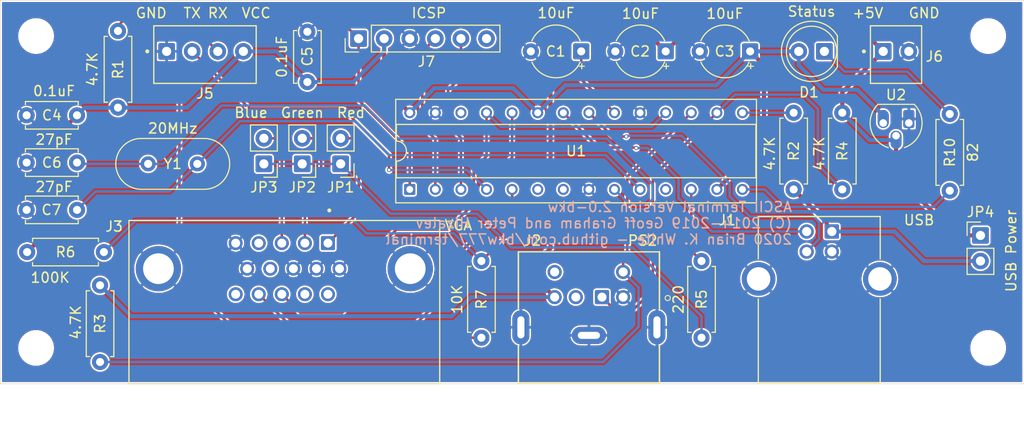
<source format=kicad_pcb>
(kicad_pcb (version 20171130) (host pcbnew 5.1.6-c6e7f7d~87~ubuntu20.04.1)
  (layers (0 F.Cu signal) (31 B.Cu signal) (34 B.Paste user) (35 F.Paste user) (36 B.SilkS user) (37 F.SilkS user) (38 B.Mask user) (39 F.Mask user) (44 Edge.Cuts user))
  (net 0 "")
  (net 1 GND)
  (net 2 "Net-(C1-Pad1)")
  (net 3 +5V)
  (net 4 VCC)
  (net 5 "Net-(C6-Pad1)")
  (net 6 "Net-(C7-Pad1)")
  (net 7 "Net-(D1-Pad1)")
  (net 8 USB_D+)
  (net 9 USB_D-)
  (net 10 USB_VBUS)
  (net 11 "Net-(J2-Pad6)")
  (net 12 PS2_CLK)
  (net 13 "Net-(J2-Pad2)")
  (net 14 "Net-(J3-Pad15)")
  (net 15 VGA_VSYNCH)
  (net 16 VGA_HSYNCH)
  (net 17 "Net-(J3-Pad12)")
  (net 18 "Net-(J3-Pad11)")
  (net 19 "Net-(J3-Pad9)")
  (net 20 "Net-(J3-Pad4)")
  (net 21 "Net-(J3-Pad3)")
  (net 22 "Net-(J3-Pad2)")
  (net 23 "Net-(J3-Pad1)")
  (net 24 "Net-(J5-Pad3)")
  (net 25 SERIAL_TXD)
  (net 26 "Net-(J7-Pad6)")
  (net 27 ICSP_PCC)
  (net 28 ICSP_PGD)
  (net 29 ICSP_MCLR)
  (net 30 "Net-(JP1-Pad1)")
  (net 31 "Net-(R2-Pad1)")
  (net 32 SERIAL_RXD)
  (net 33 "Net-(U1-Pad26)")
  (net 34 VGA_VIDEO)
  (net 35 PS2_DATA)
  (net 36 "Net-(R10-Pad1)")
  (net 37 "Net-(U1-Pad11)")
  (net 38 "Net-(U1-Pad7)")
  (net 39 "Net-(U1-Pad6)")
  (module terminal:AMPHENOL_L77HDE15SD1CH4F (layer F.Cu) (at 53.594 52.07)
    (fp_text reference J3 (at -16.891 -4.191) (layer F.SilkS))
    (fp_text value VGA (at 17.272 -4.318) (layer F.SilkS))
    (pad S2 thru_hole circle (at 12.495 0) (size 4.5 4.5) (drill 3.05) (layers *.Cu *.Mask) (net 1 GND))
    (pad S1 thru_hole circle (at -12.495 0) (size 4.5 4.5) (drill 3.05) (layers *.Cu *.Mask) (net 1 GND))
    (pad 15 thru_hole circle (at -4.83 2.54) (size 1.397 1.397) (drill 0.889) (layers *.Cu *.Mask) (net 14 "Net-(J3-Pad15)"))
    (pad 14 thru_hole circle (at -2.54 2.54) (size 1.397 1.397) (drill 0.889) (layers *.Cu *.Mask) (net 15 VGA_VSYNCH))
    (pad 13 thru_hole circle (at -0.25 2.54) (size 1.397 1.397) (drill 0.889) (layers *.Cu *.Mask) (net 16 VGA_HSYNCH))
    (pad 12 thru_hole circle (at 2.04 2.54) (size 1.397 1.397) (drill 0.889) (layers *.Cu *.Mask) (net 17 "Net-(J3-Pad12)"))
    (pad 11 thru_hole circle (at 4.33 2.54) (size 1.397 1.397) (drill 0.889) (layers *.Cu *.Mask) (net 18 "Net-(J3-Pad11)"))
    (pad 10 thru_hole circle (at -3.685 0) (size 1.397 1.397) (drill 0.889) (layers *.Cu *.Mask) (net 1 GND))
    (pad 9 thru_hole circle (at -1.395 0) (size 1.397 1.397) (drill 0.889) (layers *.Cu *.Mask) (net 19 "Net-(J3-Pad9)"))
    (pad 8 thru_hole circle (at 0.895 0) (size 1.397 1.397) (drill 0.889) (layers *.Cu *.Mask) (net 1 GND))
    (pad 7 thru_hole circle (at 3.185 0) (size 1.397 1.397) (drill 0.889) (layers *.Cu *.Mask) (net 1 GND))
    (pad 6 thru_hole circle (at 5.475 0) (size 1.397 1.397) (drill 0.889) (layers *.Cu *.Mask) (net 1 GND))
    (pad 5 thru_hole circle (at -4.83 -2.54) (size 1.397 1.397) (drill 0.889) (layers *.Cu *.Mask) (net 1 GND))
    (pad 4 thru_hole circle (at -2.54 -2.54) (size 1.397 1.397) (drill 0.889) (layers *.Cu *.Mask) (net 20 "Net-(J3-Pad4)"))
    (pad 3 thru_hole circle (at -0.25 -2.54) (size 1.397 1.397) (drill 0.889) (layers *.Cu *.Mask) (net 21 "Net-(J3-Pad3)"))
    (pad 2 thru_hole circle (at 2.04 -2.54) (size 1.397 1.397) (drill 0.889) (layers *.Cu *.Mask) (net 22 "Net-(J3-Pad2)"))
    (pad 1 thru_hole roundrect (at 4.33 -2.54) (size 1.397 1.397) (drill 0.889) (layers *.Cu *.Mask) (roundrect_rratio 0.1) (net 23 "Net-(J3-Pad1)"))
  )
  (module Package_DIP:DIP-28_W7.62mm_Socket (layer F.Cu) (at 66.04 44.196 90)
    (fp_text reference U1 (at 3.81 16.51 180) (layer F.SilkS))
    (fp_text value PIC32MX270F256B-I_SP hide)
    (pad 28 thru_hole circle (at 7.62 0 90) (size 1.0922 1.0922) (drill 0.6858) (layers *.Cu *.Mask) (net 4 VCC))
    (pad 14 thru_hole circle (at 0 33.02 90) (size 1.0922 1.0922) (drill 0.6858) (layers *.Cu *.Mask) (net 36 "Net-(R10-Pad1)"))
    (pad 27 thru_hole circle (at 7.62 2.54 90) (size 1.0922 1.0922) (drill 0.6858) (layers *.Cu *.Mask) (net 1 GND))
    (pad 13 thru_hole circle (at 0 30.48 90) (size 1.0922 1.0922) (drill 0.6858) (layers *.Cu *.Mask) (net 4 VCC))
    (pad 26 thru_hole circle (at 7.62 5.08 90) (size 1.0922 1.0922) (drill 0.6858) (layers *.Cu *.Mask) (net 33 "Net-(U1-Pad26)"))
    (pad 12 thru_hole circle (at 0 27.94 90) (size 1.0922 1.0922) (drill 0.6858) (layers *.Cu *.Mask) (net 34 VGA_VIDEO))
    (pad 25 thru_hole circle (at 7.62 7.62 90) (size 1.0922 1.0922) (drill 0.6858) (layers *.Cu *.Mask) (net 16 VGA_HSYNCH))
    (pad 11 thru_hole circle (at 0 25.4 90) (size 1.0922 1.0922) (drill 0.6858) (layers *.Cu *.Mask) (net 37 "Net-(U1-Pad11)"))
    (pad 24 thru_hole circle (at 7.62 10.16 90) (size 1.0922 1.0922) (drill 0.6858) (layers *.Cu *.Mask) (net 15 VGA_VSYNCH))
    (pad 10 thru_hole circle (at 0 22.86 90) (size 1.0922 1.0922) (drill 0.6858) (layers *.Cu *.Mask) (net 6 "Net-(C7-Pad1)"))
    (pad 23 thru_hole circle (at 7.62 12.7 90) (size 1.0922 1.0922) (drill 0.6858) (layers *.Cu *.Mask) (net 4 VCC))
    (pad 9 thru_hole circle (at 0 20.32 90) (size 1.0922 1.0922) (drill 0.6858) (layers *.Cu *.Mask) (net 5 "Net-(C6-Pad1)"))
    (pad 22 thru_hole circle (at 7.62 15.24 90) (size 1.0922 1.0922) (drill 0.6858) (layers *.Cu *.Mask) (net 9 USB_D-))
    (pad 8 thru_hole circle (at 0 17.78 90) (size 1.0922 1.0922) (drill 0.6858) (layers *.Cu *.Mask) (net 1 GND))
    (pad 21 thru_hole circle (at 7.62 17.78 90) (size 1.0922 1.0922) (drill 0.6858) (layers *.Cu *.Mask) (net 8 USB_D+))
    (pad 7 thru_hole circle (at 0 15.24 90) (size 1.0922 1.0922) (drill 0.6858) (layers *.Cu *.Mask) (net 38 "Net-(U1-Pad7)"))
    (pad 20 thru_hole circle (at 7.62 20.32 90) (size 1.0922 1.0922) (drill 0.6858) (layers *.Cu *.Mask) (net 2 "Net-(C1-Pad1)"))
    (pad 6 thru_hole circle (at 0 12.7 90) (size 1.0922 1.0922) (drill 0.6858) (layers *.Cu *.Mask) (net 39 "Net-(U1-Pad6)"))
    (pad 19 thru_hole circle (at 7.62 22.86 90) (size 1.0922 1.0922) (drill 0.6858) (layers *.Cu *.Mask) (net 1 GND))
    (pad 5 thru_hole circle (at 0 10.16 90) (size 1.0922 1.0922) (drill 0.6858) (layers *.Cu *.Mask) (net 32 SERIAL_RXD))
    (pad 18 thru_hole circle (at 7.62 25.4 90) (size 1.0922 1.0922) (drill 0.6858) (layers *.Cu *.Mask) (net 16 VGA_HSYNCH))
    (pad 4 thru_hole circle (at 0 7.62 90) (size 1.0922 1.0922) (drill 0.6858) (layers *.Cu *.Mask) (net 25 SERIAL_TXD))
    (pad 17 thru_hole circle (at 7.62 27.94 90) (size 1.0922 1.0922) (drill 0.6858) (layers *.Cu *.Mask) (net 12 PS2_CLK))
    (pad 3 thru_hole circle (at 0 5.08 90) (size 1.0922 1.0922) (drill 0.6858) (layers *.Cu *.Mask) (net 27 ICSP_PCC))
    (pad 16 thru_hole circle (at 7.62 30.48 90) (size 1.0922 1.0922) (drill 0.6858) (layers *.Cu *.Mask) (net 35 PS2_DATA))
    (pad 2 thru_hole circle (at 0 2.54 90) (size 1.0922 1.0922) (drill 0.6858) (layers *.Cu *.Mask) (net 28 ICSP_PGD))
    (pad 15 thru_hole circle (at 7.62 33.02 90) (size 1.0922 1.0922) (drill 0.6858) (layers *.Cu *.Mask) (net 31 "Net-(R2-Pad1)"))
    (pad 1 thru_hole roundrect (at 0 0 90) (size 1.0922 1.0922) (drill 0.6858) (layers *.Cu *.Mask) (roundrect_rratio 0.1) (net 29 ICSP_MCLR))
  )
  (module Connector_PinHeader_2.54mm:PinHeader_1x02_P2.54mm_Vertical (layer F.Cu) (at 51.562 41.656 180)
    (fp_text reference JP3 (at 0 -2.33 180) (layer F.SilkS))
    (fp_text value Blue (at 1.27 5.08 180) (layer F.SilkS))
    (pad 2 thru_hole circle (at 0 2.54 180) (size 1.651 1.651) (drill 0.9144) (layers *.Cu *.Mask) (net 21 "Net-(J3-Pad3)"))
    (pad 1 thru_hole roundrect (at 0 0 180) (size 1.651 1.651) (drill 0.9144) (layers *.Cu *.Mask) (roundrect_rratio 0.1) (net 30 "Net-(JP1-Pad1)"))
  )
  (module terminal:TE_3-641215-4 (layer F.Cu) (at 41.91 30.48 180)
    (fp_text reference J5 (at -3.81 -4.191 180) (layer F.SilkS) (effects (font (thickness 0.1516))))
    (fp_text value Serial hide)
    (pad 4 thru_hole circle (at -7.62 0 180) (size 1.651 1.651) (drill 0.9144) (layers *.Cu *.Mask) (net 4 VCC))
    (pad 3 thru_hole circle (at -5.08 0 180) (size 1.651 1.651) (drill 0.9144) (layers *.Cu *.Mask) (net 24 "Net-(J5-Pad3)"))
    (pad 2 thru_hole circle (at -2.54 0 180) (size 1.651 1.651) (drill 0.9144) (layers *.Cu *.Mask) (net 25 SERIAL_TXD))
    (pad 1 thru_hole roundrect (at 0 0 180) (size 1.651 1.651) (drill 0.9144) (layers *.Cu *.Mask) (roundrect_rratio 0.1) (net 1 GND))
  )
  (module Connector_PinHeader_2.54mm:PinHeader_1x06_P2.54mm_Vertical (layer F.Cu) (at 60.96 29.21 90)
    (fp_text reference J7 (at -2.286 6.731) (layer F.SilkS))
    (fp_text value ICSP (at 2.54 6.985 180) (layer F.SilkS))
    (pad 6 thru_hole circle (at 0 12.7 90) (size 1.651 1.651) (drill 0.9144) (layers *.Cu *.Mask) (net 26 "Net-(J7-Pad6)"))
    (pad 5 thru_hole circle (at 0 10.16 90) (size 1.651 1.651) (drill 0.9144) (layers *.Cu *.Mask) (net 27 ICSP_PCC))
    (pad 4 thru_hole circle (at 0 7.62 90) (size 1.651 1.651) (drill 0.9144) (layers *.Cu *.Mask) (net 28 ICSP_PGD))
    (pad 3 thru_hole circle (at 0 5.08 90) (size 1.651 1.651) (drill 0.9144) (layers *.Cu *.Mask) (net 1 GND))
    (pad 2 thru_hole circle (at 0 2.54 90) (size 1.651 1.651) (drill 0.9144) (layers *.Cu *.Mask) (net 4 VCC))
    (pad 1 thru_hole roundrect (at 0 0 90) (size 1.651 1.651) (drill 0.9144) (layers *.Cu *.Mask) (roundrect_rratio 0.1) (net 29 ICSP_MCLR))
  )
  (module terminal:OST_USB-B1HSB6 (layer F.Cu) (at 106.68 53.086)
    (fp_text reference J1 (at -9.144 -5.842 180) (layer F.SilkS) (effects (font (size 1.00039 1.00039))))
    (fp_text value USB (at 9.906 -5.842 180) (layer F.SilkS) (effects (font (size 1.00123 1.00123))))
    (pad 5 thru_hole circle (at 6.02 0) (size 3.346 3.346) (drill 2.33) (layers *.Cu *.Mask) (net 1 GND))
    (pad 5 thru_hole circle (at -6.02 0) (size 3.346 3.346) (drill 2.33) (layers *.Cu *.Mask) (net 1 GND))
    (pad 4 thru_hole circle (at 1.25 -2.71) (size 1.4224 1.4224) (drill 0.9144) (layers *.Cu *.Mask) (net 1 GND))
    (pad 3 thru_hole circle (at -1.25 -2.71) (size 1.4224 1.4224) (drill 0.9144) (layers *.Cu *.Mask) (net 8 USB_D+))
    (pad 2 thru_hole circle (at -1.25 -4.71) (size 1.4224 1.4224) (drill 0.9144) (layers *.Cu *.Mask) (net 9 USB_D-))
    (pad 1 thru_hole roundrect (at 1.25 -4.71) (size 1.4224 1.4224) (drill 0.9144) (layers *.Cu *.Mask) (roundrect_rratio 0.1) (net 10 USB_VBUS))
  )
  (module terminal:CUI_MD-60SM (layer F.Cu) (at 83.82 56.896 180)
    (fp_text reference J2 (at 5.588 7.62) (layer F.SilkS) (effects (font (size 1.00087 1.00087))))
    (fp_text value PS2 (at -5.334 7.62) (layer F.SilkS) (effects (font (size 1.00192 1.00192))))
    (pad S3 thru_hole oval (at 6.75 -1 270) (size 3.400001 1.7) (drill oval 2.2 0.7) (layers *.Cu *.Mask) (net 1 GND))
    (pad S2 thru_hole oval (at -6.75 -1 270) (size 3.400001 1.7) (drill oval 2.2 0.7) (layers *.Cu *.Mask) (net 1 GND))
    (pad 6 thru_hole circle (at 3.4 4.5 180) (size 1.408 1.408) (drill 0.9) (layers *.Cu *.Mask) (net 11 "Net-(J2-Pad6)"))
    (pad 5 thru_hole circle (at -3.4 4.5 180) (size 1.408 1.408) (drill 0.9) (layers *.Cu *.Mask) (net 12 PS2_CLK))
    (pad 4 thru_hole circle (at 3.4 2 180) (size 1.408 1.408) (drill 0.9) (layers *.Cu *.Mask) (net 3 +5V))
    (pad 2 thru_hole circle (at 1.3 2 180) (size 1.408 1.408) (drill 0.9) (layers *.Cu *.Mask) (net 13 "Net-(J2-Pad2)"))
    (pad 1 thru_hole roundrect (at -1.3 2 180) (size 1.408 1.408) (drill 0.9) (layers *.Cu *.Mask) (roundrect_rratio 0.1) (net 35 PS2_DATA))
    (pad 3 thru_hole circle (at -3.4 2 180) (size 1.408 1.408) (drill 0.9) (layers *.Cu *.Mask) (net 1 GND))
    (pad S1 thru_hole oval (at 0 -1.8 180) (size 3.400001 1.7) (drill oval 2.2 0.7) (layers *.Cu *.Mask) (net 1 GND))
  )
  (module terminal:TE_3-641215-2 (layer F.Cu) (at 113.03 30.48 180)
    (fp_text reference J6 (at -5.08 -0.508) (layer F.SilkS) (effects (font (thickness 0.14986))))
    (fp_text value "External 5V" hide)
    (pad 2 thru_hole circle (at -2.54 0 180) (size 1.651 1.651) (drill 0.9144) (layers *.Cu *.Mask) (net 1 GND))
    (pad 1 thru_hole roundrect (at 0 0 180) (size 1.651 1.651) (drill 0.9144) (layers *.Cu *.Mask) (roundrect_rratio 0.1) (net 3 +5V))
  )
  (module Package_TO_SOT_THT:TO-92_HandSolder (layer F.Cu) (at 115.57 37.592 180)
    (fp_text reference U2 (at 1.27 2.794) (layer F.SilkS))
    (fp_text value MCP1700-3302E_TO92 hide)
    (pad 1 thru_hole roundrect (at 0 0 180) (size 1.1 1.8) (drill 0.75 (offset 0 0.4)) (layers *.Cu *.Mask) (roundrect_rratio 0.2) (net 1 GND))
    (pad 3 thru_hole oval (at 2.54 0 180) (size 1.1 1.8) (drill 0.75 (offset 0 0.4)) (layers *.Cu *.Mask) (net 4 VCC))
    (pad 2 thru_hole oval (at 1.27 -1.27 180) (size 1.1 1.8) (drill 0.75 (offset 0 -0.4)) (layers *.Cu *.Mask) (net 3 +5V))
  )
  (module Resistor_THT:R_Axial_DIN0207_L6.3mm_D2.5mm_P7.62mm_Horizontal (layer F.Cu) (at 119.634 44.323 90)
    (fp_text reference R10 (at 3.81 0 90) (layer F.SilkS))
    (fp_text value 82 (at 3.81 2.286 90) (layer F.SilkS))
    (pad 2 thru_hole oval (at 7.62 0 90) (size 1.6 1.6) (drill 0.8) (layers *.Cu *.Mask) (net 7 "Net-(D1-Pad1)"))
    (pad 1 thru_hole circle (at 0 0 90) (size 1.6 1.6) (drill 0.8) (layers *.Cu *.Mask) (net 36 "Net-(R10-Pad1)"))
  )
  (module Resistor_THT:R_Axial_DIN0207_L6.3mm_D2.5mm_P7.62mm_Horizontal (layer F.Cu) (at 73.152 58.928 90)
    (fp_text reference R7 (at 3.81 0 90) (layer F.SilkS))
    (fp_text value 10K (at 3.81 -2.413 90) (layer F.SilkS))
    (pad 2 thru_hole oval (at 7.62 0 90) (size 1.6 1.6) (drill 0.8) (layers *.Cu *.Mask) (net 32 SERIAL_RXD))
    (pad 1 thru_hole circle (at 0 0 90) (size 1.6 1.6) (drill 0.8) (layers *.Cu *.Mask) (net 24 "Net-(J5-Pad3)"))
  )
  (module Resistor_THT:R_Axial_DIN0207_L6.3mm_D2.5mm_P7.62mm_Horizontal (layer F.Cu) (at 35.687 50.419 180)
    (fp_text reference R6 (at 3.81 0) (layer F.SilkS))
    (fp_text value 100K (at 5.334 -2.54) (layer F.SilkS))
    (pad 2 thru_hole oval (at 7.62 0 180) (size 1.6 1.6) (drill 0.8) (layers *.Cu *.Mask) (net 4 VCC))
    (pad 1 thru_hole circle (at 0 0 180) (size 1.6 1.6) (drill 0.8) (layers *.Cu *.Mask) (net 32 SERIAL_RXD))
  )
  (module Resistor_THT:R_Axial_DIN0207_L6.3mm_D2.5mm_P7.62mm_Horizontal (layer F.Cu) (at 94.996 58.928 90)
    (fp_text reference R5 (at 3.81 0 90) (layer F.SilkS))
    (fp_text value 220 (at 3.81 -2.286 90) (layer F.SilkS))
    (pad 2 thru_hole oval (at 7.62 0 90) (size 1.6 1.6) (drill 0.8) (layers *.Cu *.Mask) (net 34 VGA_VIDEO))
    (pad 1 thru_hole circle (at 0 0 90) (size 1.6 1.6) (drill 0.8) (layers *.Cu *.Mask) (net 30 "Net-(JP1-Pad1)"))
  )
  (module Resistor_THT:R_Axial_DIN0207_L6.3mm_D2.5mm_P7.62mm_Horizontal (layer F.Cu) (at 108.966 44.196 90)
    (fp_text reference R4 (at 3.81 0 90) (layer F.SilkS))
    (fp_text value 4.7K (at 3.556 -2.286 90) (layer F.SilkS))
    (pad 2 thru_hole oval (at 7.62 0 90) (size 1.6 1.6) (drill 0.8) (layers *.Cu *.Mask) (net 3 +5V))
    (pad 1 thru_hole circle (at 0 0 90) (size 1.6 1.6) (drill 0.8) (layers *.Cu *.Mask) (net 35 PS2_DATA))
  )
  (module Resistor_THT:R_Axial_DIN0207_L6.3mm_D2.5mm_P7.62mm_Horizontal (layer F.Cu) (at 35.306 61.341 90)
    (fp_text reference R3 (at 3.81 0 90) (layer F.SilkS))
    (fp_text value 4.7K (at 3.937 -2.413 90) (layer F.SilkS))
    (pad 2 thru_hole oval (at 7.62 0 90) (size 1.6 1.6) (drill 0.8) (layers *.Cu *.Mask) (net 3 +5V))
    (pad 1 thru_hole circle (at 0 0 90) (size 1.6 1.6) (drill 0.8) (layers *.Cu *.Mask) (net 12 PS2_CLK))
  )
  (module Resistor_THT:R_Axial_DIN0207_L6.3mm_D2.5mm_P7.62mm_Horizontal (layer F.Cu) (at 104.14 36.576 270)
    (fp_text reference R2 (at 3.81 0 90) (layer F.SilkS))
    (fp_text value 4.7K (at 4.064 2.37 90) (layer F.SilkS))
    (pad 2 thru_hole oval (at 7.62 0 270) (size 1.6 1.6) (drill 0.8) (layers *.Cu *.Mask) (net 10 USB_VBUS))
    (pad 1 thru_hole circle (at 0 0 270) (size 1.6 1.6) (drill 0.8) (layers *.Cu *.Mask) (net 31 "Net-(R2-Pad1)"))
  )
  (module Resistor_THT:R_Axial_DIN0207_L6.3mm_D2.5mm_P7.62mm_Horizontal (layer F.Cu) (at 37.084 28.448 270)
    (fp_text reference R1 (at 3.81 0 90) (layer F.SilkS))
    (fp_text value 4.7K (at 3.81 2.54 90) (layer F.SilkS))
    (pad 2 thru_hole oval (at 7.62 0 270) (size 1.6 1.6) (drill 0.8) (layers *.Cu *.Mask) (net 4 VCC))
    (pad 1 thru_hole circle (at 0 0 270) (size 1.6 1.6) (drill 0.8) (layers *.Cu *.Mask) (net 29 ICSP_MCLR))
  )
  (module MountingHole:MountingHole_3.2mm_M3 (layer F.Cu) (at 123.444 28.956 180)
    (fp_text reference REF** hide)
    (fp_text value MountingHole_3.2mm_M3 hide)
    (pad 1 np_thru_hole circle (at 0 0 180) (size 3.2 3.2) (drill 3.2) (layers *.Cu *.Mask))
  )
  (module MountingHole:MountingHole_3.2mm_M3 (layer F.Cu) (at 28.956 28.956 180)
    (fp_text reference REF** hide)
    (fp_text value MountingHole_3.2mm_M3 hide)
    (pad 1 np_thru_hole circle (at 0 0 180) (size 3.2 3.2) (drill 3.2) (layers *.Cu *.Mask))
  )
  (module MountingHole:MountingHole_3.2mm_M3 (layer F.Cu) (at 28.956 59.944 180)
    (fp_text reference REF** hide)
    (fp_text value MountingHole_3.2mm_M3 hide)
    (pad 1 np_thru_hole circle (at 0 0 180) (size 3.2 3.2) (drill 3.2) (layers *.Cu *.Mask))
  )
  (module MountingHole:MountingHole_3.2mm_M3 (layer F.Cu) (at 123.444 59.944 180)
    (fp_text reference REF** hide)
    (fp_text value MountingHole_3.2mm_M3 hide)
    (pad 1 np_thru_hole circle (at 0 0 180) (size 3.2 3.2) (drill 3.2) (layers *.Cu *.Mask))
  )
  (module Capacitor_THT:C_Disc_D5.0mm_W2.5mm_P5.00mm (layer F.Cu) (at 33.02 46.228 180)
    (fp_text reference C7 (at 2.54 0) (layer F.SilkS))
    (fp_text value 27pF (at 2.286 2.286) (layer F.SilkS))
    (pad 2 thru_hole circle (at 5 0 180) (size 1.6 1.6) (drill 0.8) (layers *.Cu *.Mask) (net 1 GND))
    (pad 1 thru_hole circle (at 0 0 180) (size 1.6 1.6) (drill 0.8) (layers *.Cu *.Mask) (net 6 "Net-(C7-Pad1)"))
  )
  (module Capacitor_THT:C_Disc_D5.0mm_W2.5mm_P5.00mm (layer F.Cu) (at 33.02 41.529 180)
    (fp_text reference C6 (at 2.5 0) (layer F.SilkS))
    (fp_text value 27pF (at 2.286 2.286) (layer F.SilkS))
    (pad 2 thru_hole circle (at 5 0 180) (size 1.6 1.6) (drill 0.8) (layers *.Cu *.Mask) (net 1 GND))
    (pad 1 thru_hole circle (at 0 0 180) (size 1.6 1.6) (drill 0.8) (layers *.Cu *.Mask) (net 5 "Net-(C6-Pad1)"))
  )
  (module Capacitor_THT:C_Disc_D5.0mm_W2.5mm_P5.00mm (layer F.Cu) (at 55.88 33.528 90)
    (fp_text reference C5 (at 2.54 0 90) (layer F.SilkS))
    (fp_text value 0.1uF (at 2.5 -2.54 90) (layer F.SilkS))
    (pad 2 thru_hole circle (at 5 0 90) (size 1.6 1.6) (drill 0.8) (layers *.Cu *.Mask) (net 1 GND))
    (pad 1 thru_hole circle (at 0 0 90) (size 1.6 1.6) (drill 0.8) (layers *.Cu *.Mask) (net 4 VCC))
  )
  (module Capacitor_THT:C_Disc_D5.0mm_W2.5mm_P5.00mm (layer F.Cu) (at 33.02 36.83 180)
    (fp_text reference C4 (at 2.5 0) (layer F.SilkS))
    (fp_text value 0.1uF (at 2.286 2.413) (layer F.SilkS))
    (pad 2 thru_hole circle (at 5 0 180) (size 1.6 1.6) (drill 0.8) (layers *.Cu *.Mask) (net 1 GND))
    (pad 1 thru_hole circle (at 0 0 180) (size 1.6 1.6) (drill 0.8) (layers *.Cu *.Mask) (net 4 VCC))
  )
  (module Capacitor_THT:CP_Radial_Tantal_D5.0mm_P5.00mm (layer F.Cu) (at 99.822 30.48 180)
    (fp_text reference C3 (at 2.54 0) (layer F.SilkS))
    (fp_text value 10uF (at 2.5 3.75) (layer F.SilkS))
    (pad 2 thru_hole circle (at 5 0 180) (size 1.6 1.6) (drill 0.8) (layers *.Cu *.Mask) (net 1 GND))
    (pad 1 thru_hole roundrect (at 0 0 180) (size 1.6 1.6) (drill 0.8) (layers *.Cu *.Mask) (roundrect_rratio 0.1) (net 4 VCC))
  )
  (module Capacitor_THT:CP_Radial_Tantal_D5.0mm_P5.00mm (layer F.Cu) (at 91.44 30.48 180)
    (fp_text reference C2 (at 2.54 0) (layer F.SilkS))
    (fp_text value 10uF (at 2.5 3.75) (layer F.SilkS))
    (pad 2 thru_hole circle (at 5 0 180) (size 1.6 1.6) (drill 0.8) (layers *.Cu *.Mask) (net 1 GND))
    (pad 1 thru_hole roundrect (at 0 0 180) (size 1.6 1.6) (drill 0.8) (layers *.Cu *.Mask) (roundrect_rratio 0.1) (net 3 +5V))
  )
  (module Capacitor_THT:CP_Radial_Tantal_D5.0mm_P5.00mm (layer F.Cu) (at 83.058 30.48 180)
    (fp_text reference C1 (at 2.54 0) (layer F.SilkS))
    (fp_text value 10uF (at 2.5 3.81) (layer F.SilkS))
    (pad 2 thru_hole circle (at 5 0 180) (size 1.6 1.6) (drill 0.8) (layers *.Cu *.Mask) (net 1 GND))
    (pad 1 thru_hole roundrect (at 0 0 180) (size 1.6 1.6) (drill 0.8) (layers *.Cu *.Mask) (roundrect_rratio 0.1) (net 2 "Net-(C1-Pad1)"))
  )
  (module Crystal:Crystal_HC49-U_Vertical (layer F.Cu) (at 44.958 41.656 180)
    (fp_text reference Y1 (at 2.44 0) (layer F.SilkS))
    (fp_text value 20MHz (at 2.44 3.525) (layer F.SilkS))
    (pad 2 thru_hole circle (at 4.88 0 180) (size 1.5 1.5) (drill 0.8) (layers *.Cu *.Mask) (net 5 "Net-(C6-Pad1)"))
    (pad 1 thru_hole circle (at 0 0 180) (size 1.5 1.5) (drill 0.8) (layers *.Cu *.Mask) (net 6 "Net-(C7-Pad1)"))
  )
  (module Connector_PinHeader_2.54mm:PinHeader_1x02_P2.54mm_Vertical (layer F.Cu) (at 122.682 48.768)
    (fp_text reference JP4 (at 0 -2.33) (layer F.SilkS))
    (fp_text value "USB Power" (at 3.048 1.524 90) (layer F.SilkS))
    (pad 1 thru_hole roundrect (at 0 0) (size 1.651 1.651) (drill 0.9144) (layers *.Cu *.Mask) (roundrect_rratio 0.1) (net 3 +5V))
    (pad 2 thru_hole circle (at 0 2.54) (size 1.651 1.651) (drill 0.9144) (layers *.Cu *.Mask) (net 10 USB_VBUS))
  )
  (module Connector_PinHeader_2.54mm:PinHeader_1x02_P2.54mm_Vertical (layer F.Cu) (at 55.372 41.656 180)
    (fp_text reference JP2 (at 0 -2.33) (layer F.SilkS))
    (fp_text value Green (at 0 5.08) (layer F.SilkS))
    (pad 2 thru_hole circle (at 0 2.54 180) (size 1.651 1.651) (drill 0.9144) (layers *.Cu *.Mask) (net 22 "Net-(J3-Pad2)"))
    (pad 1 thru_hole roundrect (at 0 0 180) (size 1.651 1.651) (drill 0.9144) (layers *.Cu *.Mask) (roundrect_rratio 0.1) (net 30 "Net-(JP1-Pad1)"))
  )
  (module Connector_PinHeader_2.54mm:PinHeader_1x02_P2.54mm_Vertical (layer F.Cu) (at 59.182 41.656 180)
    (fp_text reference JP1 (at 0 -2.33) (layer F.SilkS))
    (fp_text value Red (at -1.016 5.08) (layer F.SilkS))
    (pad 1 thru_hole roundrect (at 0 0 180) (size 1.651 1.651) (drill 0.9144) (layers *.Cu *.Mask) (roundrect_rratio 0.1) (net 30 "Net-(JP1-Pad1)"))
    (pad 2 thru_hole circle (at 0 2.54 180) (size 1.651 1.651) (drill 0.9144) (layers *.Cu *.Mask) (net 23 "Net-(J3-Pad1)"))
  )
  (module LED_THT:LED_D5.0mm (layer F.Cu) (at 107.188 30.48 180)
    (fp_text reference D1 (at 1.524 -4.064) (layer F.SilkS))
    (fp_text value Status (at 1.27 3.96) (layer F.SilkS))
    (pad 2 thru_hole circle (at 2.54 0 180) (size 1.651 1.651) (drill 0.9144) (layers *.Cu *.Mask) (net 4 VCC))
    (pad 1 thru_hole roundrect (at 0 0 180) (size 1.651 1.651) (drill 0.9144) (layers *.Cu *.Mask) (roundrect_rratio 0.1) (net 7 "Net-(D1-Pad1)"))
  )
  (gr_text "ASCII Terminal Version 2.0-bkw\n(C) 2014-2019 Geoff Graham and Peter Hizalev\n2020 Brian K. White - github.com/bkw777/terminal" (at 104.0638 47.5488) (layer B.SilkS) (effects (font (size 1 1)) (justify left mirror)))
  (gr_line (start 25.4 25.4) (end 25.4 63.5) (layer Edge.Cuts) (width 0.05))
  (gr_line (start 127 25.4) (end 127 63.5) (layer Edge.Cuts) (width 0.05))
  (gr_line (start 127 63.5) (end 25.4 63.5) (layer Edge.Cuts) (width 0.05))
  (gr_line (start 25.4 25.4) (end 127 25.4) (layer Edge.Cuts) (width 0.05))
  (gr_text VCC (at 50.8 26.67) (layer F.SilkS) (effects (font (size 1 1) (thickness 0.14986))))
  (gr_text RX (at 46.99 26.67) (layer F.SilkS) (effects (font (size 1 1) (thickness 0.14986))))
  (gr_text TX (at 44.45 26.67) (layer F.SilkS) (effects (font (size 1 1) (thickness 0.14986))))
  (gr_text GND (at 40.386 26.67) (layer F.SilkS) (effects (font (size 1 1) (thickness 0.14986))))
  (gr_text GND (at 117.094 26.67) (layer F.SilkS) (effects (font (size 1 1) (thickness 0.14986))))
  (gr_text +5V (at 111.506 26.67) (layer F.SilkS) (effects (font (size 1 1) (thickness 0.14986))))
  (segment (start 83.058 33.274) (end 86.36 36.576) (width 0.25) (layer F.Cu) (net 2))
  (segment (start 83.058 30.48) (end 83.058 33.274) (width 0.25) (layer F.Cu) (net 2))
  (segment (start 108.966 34.544) (end 113.03 30.48) (width 0.4064) (layer F.Cu) (net 3))
  (segment (start 108.966 36.576) (end 108.966 34.544) (width 0.4064) (layer F.Cu) (net 3))
  (segment (start 38.3794 56.7944) (end 35.306 53.721) (width 0.4064) (layer B.Cu) (net 3))
  (segment (start 70.2056 56.7944) (end 38.3794 56.7944) (width 0.4064) (layer B.Cu) (net 3))
  (segment (start 72.104 54.896) (end 70.2056 56.7944) (width 0.4064) (layer B.Cu) (net 3))
  (segment (start 80.42 54.896) (end 72.104 54.896) (width 0.4064) (layer B.Cu) (net 3))
  (segment (start 78.6384 53.1144) (end 80.42 54.896) (width 0.4064) (layer F.Cu) (net 3))
  (segment (start 78.6384 51.4096) (end 78.6384 53.1144) (width 0.4064) (layer F.Cu) (net 3))
  (segment (start 80.01 50.038) (end 78.6384 51.4096) (width 0.4064) (layer F.Cu) (net 3))
  (segment (start 81.6102 28.448) (end 80.01 30.0482) (width 0.4064) (layer F.Cu) (net 3))
  (segment (start 80.01 30.0482) (end 80.01 50.038) (width 0.4064) (layer F.Cu) (net 3))
  (segment (start 89.408 28.448) (end 81.6102 28.448) (width 0.4064) (layer F.Cu) (net 3))
  (segment (start 91.44 30.48) (end 89.408 28.448) (width 0.4064) (layer F.Cu) (net 3))
  (segment (start 111.0996 28.5496) (end 113.03 30.48) (width 0.4064) (layer F.Cu) (net 3))
  (segment (start 93.3704 28.5496) (end 111.0996 28.5496) (width 0.4064) (layer F.Cu) (net 3))
  (segment (start 91.44 30.48) (end 93.3704 28.5496) (width 0.4064) (layer F.Cu) (net 3))
  (segment (start 113.8682 39.2938) (end 114.3 38.862) (width 0.4064) (layer B.Cu) (net 3))
  (segment (start 111.6838 39.2938) (end 113.8682 39.2938) (width 0.4064) (layer B.Cu) (net 3))
  (segment (start 108.966 36.576) (end 111.6838 39.2938) (width 0.4064) (layer B.Cu) (net 3))
  (segment (start 120.2944 48.768) (end 122.682 48.768) (width 0.4064) (layer F.Cu) (net 3))
  (segment (start 114.3 42.7736) (end 120.2944 48.768) (width 0.4064) (layer F.Cu) (net 3))
  (segment (start 114.3 38.862) (end 114.3 42.7736) (width 0.4064) (layer F.Cu) (net 3))
  (segment (start 63.5 34.036) (end 66.04 36.576) (width 0.4064) (layer F.Cu) (net 4))
  (segment (start 63.5 29.21) (end 63.5 34.036) (width 0.4064) (layer F.Cu) (net 4))
  (segment (start 52.832 30.48) (end 49.53 30.48) (width 0.4064) (layer B.Cu) (net 4))
  (segment (start 55.88 33.528) (end 52.832 30.48) (width 0.4064) (layer B.Cu) (net 4))
  (segment (start 43.942 36.068) (end 37.084 36.068) (width 0.4064) (layer B.Cu) (net 4))
  (segment (start 49.53 30.48) (end 43.942 36.068) (width 0.4064) (layer B.Cu) (net 4))
  (segment (start 33.782 36.068) (end 33.02 36.83) (width 0.4064) (layer B.Cu) (net 4))
  (segment (start 37.084 36.068) (end 33.782 36.068) (width 0.4064) (layer B.Cu) (net 4))
  (segment (start 99.822 30.48) (end 104.648 30.48) (width 0.4064) (layer B.Cu) (net 4))
  (segment (start 30.5308 39.3192) (end 30.5308 47.9552) (width 0.4064) (layer F.Cu) (net 4))
  (segment (start 33.02 36.83) (end 30.5308 39.3192) (width 0.4064) (layer F.Cu) (net 4))
  (segment (start 30.5308 47.9552) (end 28.067 50.419) (width 0.4064) (layer F.Cu) (net 4))
  (segment (start 101.1936 39.5224) (end 96.52 44.196) (width 0.4064) (layer F.Cu) (net 4))
  (segment (start 101.1936 31.8516) (end 101.1936 39.5224) (width 0.4064) (layer F.Cu) (net 4))
  (segment (start 99.822 30.48) (end 101.1936 31.8516) (width 0.4064) (layer F.Cu) (net 4))
  (segment (start 63.5 30.4546) (end 63.5 29.21) (width 0.4064) (layer B.Cu) (net 4))
  (segment (start 60.4266 33.528) (end 63.5 30.4546) (width 0.4064) (layer B.Cu) (net 4))
  (segment (start 55.88 33.528) (end 60.4266 33.528) (width 0.4064) (layer B.Cu) (net 4))
  (segment (start 113.03 36.8554) (end 113.03 37.592) (width 0.4064) (layer B.Cu) (net 4))
  (segment (start 110.4646 34.29) (end 113.03 36.8554) (width 0.4064) (layer B.Cu) (net 4))
  (segment (start 107.0864 34.29) (end 110.4646 34.29) (width 0.4064) (layer B.Cu) (net 4))
  (segment (start 104.648 31.8516) (end 107.0864 34.29) (width 0.4064) (layer B.Cu) (net 4))
  (segment (start 104.648 30.48) (end 104.648 31.8516) (width 0.4064) (layer B.Cu) (net 4))
  (segment (start 96.4692 33.8328) (end 99.822 30.48) (width 0.4064) (layer B.Cu) (net 4))
  (segment (start 81.4832 33.8328) (end 96.4692 33.8328) (width 0.4064) (layer B.Cu) (net 4))
  (segment (start 78.74 36.576) (end 81.4832 33.8328) (width 0.4064) (layer B.Cu) (net 4))
  (segment (start 68.4784 34.1376) (end 76.3016 34.1376) (width 0.4064) (layer B.Cu) (net 4))
  (segment (start 76.3016 34.1376) (end 78.74 36.576) (width 0.4064) (layer B.Cu) (net 4))
  (segment (start 66.04 36.576) (end 68.4784 34.1376) (width 0.4064) (layer B.Cu) (net 4))
  (segment (start 33.147 41.656) (end 33.02 41.529) (width 0.25) (layer B.Cu) (net 5))
  (segment (start 40.078 41.656) (end 33.147 41.656) (width 0.25) (layer B.Cu) (net 5))
  (segment (start 41.5798 41.656) (end 40.078 41.656) (width 0.25) (layer B.Cu) (net 5))
  (segment (start 47.371 35.8648) (end 41.5798 41.656) (width 0.25) (layer B.Cu) (net 5))
  (segment (start 61.595 35.8648) (end 47.371 35.8648) (width 0.25) (layer B.Cu) (net 5))
  (segment (start 64.8716 39.1414) (end 61.595 35.8648) (width 0.25) (layer B.Cu) (net 5))
  (segment (start 90.1446 45.1612) (end 90.1446 43.688) (width 0.25) (layer B.Cu) (net 5))
  (segment (start 90.1446 43.688) (end 85.598 39.1414) (width 0.25) (layer B.Cu) (net 5))
  (segment (start 89.5604 45.7454) (end 90.1446 45.1612) (width 0.25) (layer B.Cu) (net 5))
  (segment (start 87.9094 45.7454) (end 89.5604 45.7454) (width 0.25) (layer B.Cu) (net 5))
  (segment (start 85.598 39.1414) (end 64.8716 39.1414) (width 0.25) (layer B.Cu) (net 5))
  (segment (start 86.36 44.196) (end 87.9094 45.7454) (width 0.25) (layer B.Cu) (net 5))
  (segment (start 64.008 40.7924) (end 85.4964 40.7924) (width 0.25) (layer B.Cu) (net 6))
  (segment (start 85.4964 40.7924) (end 88.9 44.196) (width 0.25) (layer B.Cu) (net 6))
  (segment (start 60.6298 37.4142) (end 64.008 40.7924) (width 0.25) (layer B.Cu) (net 6))
  (segment (start 49.1998 37.4142) (end 60.6298 37.4142) (width 0.25) (layer B.Cu) (net 6))
  (segment (start 44.958 41.656) (end 49.1998 37.4142) (width 0.25) (layer B.Cu) (net 6))
  (segment (start 34.8488 44.3992) (end 33.02 46.228) (width 0.25) (layer B.Cu) (net 6))
  (segment (start 42.2148 44.3992) (end 34.8488 44.3992) (width 0.25) (layer B.Cu) (net 6))
  (segment (start 44.958 41.656) (end 42.2148 44.3992) (width 0.25) (layer B.Cu) (net 6))
  (segment (start 115.4176 32.4866) (end 119.634 36.703) (width 0.25) (layer B.Cu) (net 7))
  (segment (start 109.1946 32.4866) (end 115.4176 32.4866) (width 0.25) (layer B.Cu) (net 7))
  (segment (start 107.188 30.48) (end 109.1946 32.4866) (width 0.25) (layer B.Cu) (net 7))
  (segment (start 86.1822 38.9382) (end 83.82 36.576) (width 0.25) (layer F.Cu) (net 8))
  (segment (start 87.5284 38.9382) (end 86.1822 38.9382) (width 0.25) (layer F.Cu) (net 8))
  (via (at 87.5284 38.9382) (size 0.4064) (drill 0.254) (layers F.Cu B.Cu) (net 8))
  (segment (start 106.1212 46.8884) (end 106.6546 47.4218) (width 0.25) (layer B.Cu) (net 8))
  (segment (start 99.7966 46.8884) (end 106.1212 46.8884) (width 0.25) (layer B.Cu) (net 8))
  (segment (start 97.79 44.8818) (end 99.7966 46.8884) (width 0.25) (layer B.Cu) (net 8))
  (segment (start 106.6546 49.1514) (end 105.43 50.376) (width 0.25) (layer B.Cu) (net 8))
  (segment (start 106.6546 47.4218) (end 106.6546 49.1514) (width 0.25) (layer B.Cu) (net 8))
  (segment (start 97.79 43.6372) (end 97.79 44.8818) (width 0.25) (layer B.Cu) (net 8))
  (segment (start 93.0148 38.862) (end 97.79 43.6372) (width 0.25) (layer B.Cu) (net 8))
  (segment (start 87.6046 38.862) (end 93.0148 38.862) (width 0.25) (layer B.Cu) (net 8))
  (segment (start 87.5284 38.9382) (end 87.6046 38.862) (width 0.25) (layer B.Cu) (net 8))
  (segment (start 96.0264 48.376) (end 105.43 48.376) (width 0.25) (layer B.Cu) (net 9))
  (segment (start 92.71 45.0596) (end 96.0264 48.376) (width 0.25) (layer B.Cu) (net 9))
  (segment (start 89.6366 40.0812) (end 92.71 43.1546) (width 0.25) (layer B.Cu) (net 9))
  (segment (start 92.71 43.1546) (end 92.71 45.0596) (width 0.25) (layer B.Cu) (net 9))
  (segment (start 84.7344 40.0304) (end 81.28 36.576) (width 0.25) (layer F.Cu) (net 9))
  (segment (start 88.4682 40.0304) (end 84.7344 40.0304) (width 0.25) (layer F.Cu) (net 9))
  (segment (start 88.519 40.0812) (end 88.4682 40.0304) (width 0.25) (layer F.Cu) (net 9))
  (segment (start 88.519 40.0812) (end 89.6366 40.0812) (width 0.25) (layer B.Cu) (net 9))
  (via (at 88.519 40.0812) (size 0.4064) (drill 0.254) (layers F.Cu B.Cu) (net 9))
  (segment (start 117.0686 51.308) (end 122.682 51.308) (width 0.4064) (layer B.Cu) (net 10))
  (segment (start 114.1366 48.376) (end 117.0686 51.308) (width 0.4064) (layer B.Cu) (net 10))
  (segment (start 107.93 48.376) (end 114.1366 48.376) (width 0.4064) (layer B.Cu) (net 10))
  (segment (start 107.9246 48.3706) (end 107.93 48.376) (width 0.25) (layer F.Cu) (net 10))
  (segment (start 107.4166 47.4726) (end 107.4166 47.8626) (width 0.4064) (layer F.Cu) (net 10))
  (segment (start 107.4166 47.8626) (end 107.93 48.376) (width 0.4064) (layer F.Cu) (net 10))
  (segment (start 104.14 44.196) (end 107.4166 47.4726) (width 0.4064) (layer F.Cu) (net 10))
  (segment (start 88.7476 53.9236) (end 87.22 52.396) (width 0.25) (layer B.Cu) (net 12))
  (segment (start 88.7476 57.8358) (end 88.7476 53.9236) (width 0.25) (layer B.Cu) (net 12))
  (segment (start 85.2424 61.341) (end 88.7476 57.8358) (width 0.25) (layer B.Cu) (net 12))
  (segment (start 35.306 61.341) (end 85.2424 61.341) (width 0.25) (layer B.Cu) (net 12))
  (segment (start 87.22 50.8036) (end 87.22 52.396) (width 0.25) (layer F.Cu) (net 12))
  (segment (start 87.63 50.3936) (end 87.22 50.8036) (width 0.25) (layer F.Cu) (net 12))
  (segment (start 87.63 42.926) (end 87.63 50.3936) (width 0.25) (layer F.Cu) (net 12))
  (segment (start 93.98 36.576) (end 87.63 42.926) (width 0.25) (layer F.Cu) (net 12))
  (segment (start 51.946499 55.502499) (end 51.054 54.61) (width 0.25) (layer F.Cu) (net 15))
  (segment (start 54.0512 57.6072) (end 51.946499 55.502499) (width 0.25) (layer F.Cu) (net 15))
  (segment (start 66.5988 57.6072) (end 54.0512 57.6072) (width 0.25) (layer F.Cu) (net 15))
  (segment (start 70.739 53.467) (end 66.5988 57.6072) (width 0.25) (layer F.Cu) (net 15))
  (segment (start 70.739 50.7746) (end 70.739 53.467) (width 0.25) (layer F.Cu) (net 15))
  (segment (start 74.93 46.5836) (end 70.739 50.7746) (width 0.25) (layer F.Cu) (net 15))
  (segment (start 74.93 42.291) (end 74.93 46.5836) (width 0.25) (layer F.Cu) (net 15))
  (segment (start 76.2 41.021) (end 74.93 42.291) (width 0.25) (layer F.Cu) (net 15))
  (segment (start 76.2 36.576) (end 76.2 41.021) (width 0.25) (layer F.Cu) (net 15))
  (segment (start 54.236499 55.502499) (end 53.344 54.61) (width 0.25) (layer F.Cu) (net 16))
  (segment (start 55.1728 56.4388) (end 54.236499 55.502499) (width 0.25) (layer F.Cu) (net 16))
  (segment (start 62.0014 50.9016) (end 62.0014 53.7718) (width 0.25) (layer F.Cu) (net 16))
  (segment (start 59.3344 56.4388) (end 55.1728 56.4388) (width 0.25) (layer F.Cu) (net 16))
  (segment (start 64.7192 48.1838) (end 62.0014 50.9016) (width 0.25) (layer F.Cu) (net 16))
  (segment (start 69.8246 48.1838) (end 64.7192 48.1838) (width 0.25) (layer F.Cu) (net 16))
  (segment (start 62.0014 53.7718) (end 59.3344 56.4388) (width 0.25) (layer F.Cu) (net 16))
  (segment (start 72.39 45.6184) (end 69.8246 48.1838) (width 0.25) (layer F.Cu) (net 16))
  (segment (start 72.39 42.164) (end 72.39 45.6184) (width 0.25) (layer F.Cu) (net 16))
  (segment (start 73.66 40.894) (end 72.39 42.164) (width 0.25) (layer F.Cu) (net 16))
  (segment (start 73.66 36.576) (end 73.66 40.894) (width 0.25) (layer F.Cu) (net 16))
  (segment (start 90.043 37.973) (end 91.44 36.576) (width 0.25) (layer B.Cu) (net 16))
  (segment (start 75.057 37.973) (end 90.043 37.973) (width 0.25) (layer B.Cu) (net 16))
  (segment (start 73.66 36.576) (end 75.057 37.973) (width 0.25) (layer B.Cu) (net 16))
  (segment (start 53.344 39.7804) (end 53.344 49.53) (width 0.25) (layer F.Cu) (net 21))
  (segment (start 52.6796 39.116) (end 53.344 39.7804) (width 0.25) (layer F.Cu) (net 21))
  (segment (start 51.562 39.116) (end 52.6796 39.116) (width 0.25) (layer F.Cu) (net 21))
  (segment (start 57.2516 43.7642) (end 55.634 45.3818) (width 0.25) (layer F.Cu) (net 22))
  (segment (start 55.634 45.3818) (end 55.634 49.53) (width 0.25) (layer F.Cu) (net 22))
  (segment (start 57.2516 39.9034) (end 57.2516 43.7642) (width 0.25) (layer F.Cu) (net 22))
  (segment (start 56.4642 39.116) (end 57.2516 39.9034) (width 0.25) (layer F.Cu) (net 22))
  (segment (start 55.372 39.116) (end 56.4642 39.116) (width 0.25) (layer F.Cu) (net 22))
  (segment (start 60.9854 46.4686) (end 57.924 49.53) (width 0.25) (layer F.Cu) (net 23))
  (segment (start 60.9854 39.8018) (end 60.9854 46.4686) (width 0.25) (layer F.Cu) (net 23))
  (segment (start 60.2996 39.116) (end 60.9854 39.8018) (width 0.25) (layer F.Cu) (net 23))
  (segment (start 59.182 39.116) (end 60.2996 39.116) (width 0.25) (layer F.Cu) (net 23))
  (segment (start 72.02063 58.928) (end 73.152 58.928) (width 0.25) (layer F.Cu) (net 24))
  (segment (start 49.4792 58.928) (end 72.02063 58.928) (width 0.25) (layer F.Cu) (net 24))
  (segment (start 45.593 55.0418) (end 49.4792 58.928) (width 0.25) (layer F.Cu) (net 24))
  (segment (start 45.593 50.4444) (end 45.593 55.0418) (width 0.25) (layer F.Cu) (net 24))
  (segment (start 43.18 48.0314) (end 45.593 50.4444) (width 0.25) (layer F.Cu) (net 24))
  (segment (start 43.7642 28.8036) (end 43.18 29.3878) (width 0.25) (layer F.Cu) (net 24))
  (segment (start 45.3136 28.8036) (end 43.7642 28.8036) (width 0.25) (layer F.Cu) (net 24))
  (segment (start 43.18 29.3878) (end 43.18 48.0314) (width 0.25) (layer F.Cu) (net 24))
  (segment (start 46.99 30.48) (end 45.3136 28.8036) (width 0.25) (layer F.Cu) (net 24))
  (segment (start 50.1142 36.1442) (end 44.45 30.48) (width 0.25) (layer F.Cu) (net 25))
  (segment (start 59.3598 36.1442) (end 50.1142 36.1442) (width 0.25) (layer F.Cu) (net 25))
  (segment (start 63.9826 40.767) (end 59.3598 36.1442) (width 0.25) (layer F.Cu) (net 25))
  (segment (start 63.9826 42.2656) (end 63.9826 40.767) (width 0.25) (layer F.Cu) (net 25))
  (segment (start 71.7296 42.2656) (end 73.66 44.196) (width 0.25) (layer B.Cu) (net 25))
  (segment (start 63.9826 42.2656) (end 71.7296 42.2656) (width 0.25) (layer B.Cu) (net 25))
  (via (at 63.9826 42.2656) (size 0.4064) (drill 0.254) (layers F.Cu B.Cu) (net 25))
  (segment (start 71.12 39.0652) (end 71.12 44.196) (width 0.25) (layer F.Cu) (net 27))
  (segment (start 69.85 34.3154) (end 69.85 37.7952) (width 0.25) (layer F.Cu) (net 27))
  (segment (start 71.12 33.0454) (end 69.85 34.3154) (width 0.25) (layer F.Cu) (net 27))
  (segment (start 69.85 37.7952) (end 71.12 39.0652) (width 0.25) (layer F.Cu) (net 27))
  (segment (start 71.12 29.21) (end 71.12 33.0454) (width 0.25) (layer F.Cu) (net 27))
  (segment (start 67.2846 37.9222) (end 68.58 39.2176) (width 0.25) (layer F.Cu) (net 28))
  (segment (start 68.58 39.2176) (end 68.58 44.196) (width 0.25) (layer F.Cu) (net 28))
  (segment (start 67.2846 30.5054) (end 67.2846 37.9222) (width 0.25) (layer F.Cu) (net 28))
  (segment (start 68.58 29.21) (end 67.2846 30.5054) (width 0.25) (layer F.Cu) (net 28))
  (segment (start 66.04 40.4114) (end 66.04 44.196) (width 0.25) (layer F.Cu) (net 29))
  (segment (start 60.96 35.3314) (end 66.04 40.4114) (width 0.25) (layer F.Cu) (net 29))
  (segment (start 60.96 29.21) (end 60.96 35.3314) (width 0.25) (layer F.Cu) (net 29))
  (segment (start 58.7248 26.9748) (end 60.96 29.21) (width 0.25) (layer F.Cu) (net 29))
  (segment (start 38.0492 26.9748) (end 58.7248 26.9748) (width 0.25) (layer F.Cu) (net 29))
  (segment (start 37.084 27.94) (end 38.0492 26.9748) (width 0.25) (layer F.Cu) (net 29))
  (segment (start 37.084 28.448) (end 37.084 27.94) (width 0.25) (layer F.Cu) (net 29))
  (segment (start 51.562 41.656) (end 59.182 41.656) (width 0.25) (layer B.Cu) (net 30))
  (segment (start 94.996 56.7944) (end 94.996 58.928) (width 0.25) (layer B.Cu) (net 30))
  (segment (start 88.1634 49.9618) (end 94.996 56.7944) (width 0.25) (layer B.Cu) (net 30))
  (segment (start 76.0984 49.9618) (end 88.1634 49.9618) (width 0.25) (layer B.Cu) (net 30))
  (segment (start 72.7456 46.609) (end 76.0984 49.9618) (width 0.25) (layer B.Cu) (net 30))
  (segment (start 64.135 46.609) (end 72.7456 46.609) (width 0.25) (layer B.Cu) (net 30))
  (segment (start 59.182 41.656) (end 64.135 46.609) (width 0.25) (layer B.Cu) (net 30))
  (segment (start 99.06 36.576) (end 104.14 36.576) (width 0.25) (layer B.Cu) (net 31))
  (segment (start 76.2 48.26) (end 73.152 51.308) (width 0.25) (layer F.Cu) (net 32))
  (segment (start 76.2 44.196) (end 76.2 48.26) (width 0.25) (layer F.Cu) (net 32))
  (segment (start 70.4088 48.5648) (end 73.152 51.308) (width 0.25) (layer B.Cu) (net 32))
  (segment (start 61.7474 48.5648) (end 70.4088 48.5648) (width 0.25) (layer B.Cu) (net 32))
  (segment (start 60.452 47.2694) (end 61.7474 48.5648) (width 0.25) (layer B.Cu) (net 32))
  (segment (start 38.8366 47.2694) (end 60.452 47.2694) (width 0.25) (layer B.Cu) (net 32))
  (segment (start 35.687 50.419) (end 38.8366 47.2694) (width 0.25) (layer B.Cu) (net 32))
  (segment (start 93.98 50.292) (end 94.996 51.308) (width 0.25) (layer F.Cu) (net 34))
  (segment (start 93.98 44.196) (end 93.98 50.292) (width 0.25) (layer F.Cu) (net 34))
  (segment (start 106.553 41.783) (end 108.966 44.196) (width 0.25) (layer B.Cu) (net 35))
  (segment (start 106.553 36.2204) (end 106.553 41.783) (width 0.25) (layer B.Cu) (net 35))
  (segment (start 98.3234 34.7726) (end 105.1052 34.7726) (width 0.25) (layer B.Cu) (net 35))
  (segment (start 105.1052 34.7726) (end 106.553 36.2204) (width 0.25) (layer B.Cu) (net 35))
  (segment (start 96.52 36.576) (end 98.3234 34.7726) (width 0.25) (layer B.Cu) (net 35))
  (segment (start 86.6374 56.4134) (end 85.12 54.896) (width 0.25) (layer F.Cu) (net 35))
  (segment (start 90.17 54.2036) (end 87.9602 56.4134) (width 0.25) (layer F.Cu) (net 35))
  (segment (start 90.17 42.926) (end 90.17 54.2036) (width 0.25) (layer F.Cu) (net 35))
  (segment (start 87.9602 56.4134) (end 86.6374 56.4134) (width 0.25) (layer F.Cu) (net 35))
  (segment (start 96.52 36.576) (end 90.17 42.926) (width 0.25) (layer F.Cu) (net 35))
  (segment (start 99.06 44.196) (end 101.2698 44.196) (width 0.25) (layer B.Cu) (net 36))
  (segment (start 101.2698 44.196) (end 102.997 45.9232) (width 0.25) (layer B.Cu) (net 36))
  (segment (start 102.997 45.9232) (end 118.0338 45.9232) (width 0.25) (layer B.Cu) (net 36))
  (segment (start 118.0338 45.9232) (end 118.834001 45.122999) (width 0.25) (layer B.Cu) (net 36))
  (segment (start 118.834001 45.122999) (end 119.634 44.323) (width 0.25) (layer B.Cu) (net 36))
  (zone (net 1) (net_name GND) (layer F.Cu) (connect_pads (clearance 0.1524)) (min_thickness 0.1524) (fill yes (arc_segments 32) (thermal_gap 0.1524) (thermal_bridge_width 0.254) (smoothing fillet) (radius 0.0762))
    (polygon (pts (xy 127 63.5) (xy 25.4 63.5) (xy 25.4 25.4) (xy 127 25.4)))
  )
  (zone (net 1) (net_name GND) (layer B.Cu) (connect_pads (clearance 0.1524)) (min_thickness 0.1524) (fill yes (arc_segments 32) (thermal_gap 0.1524) (thermal_bridge_width 0.254) (smoothing fillet) (radius 0.0762))
    (polygon (pts (xy 127 63.5) (xy 25.4 63.5) (xy 25.4 25.4) (xy 127 25.4)))
  )
)
</source>
